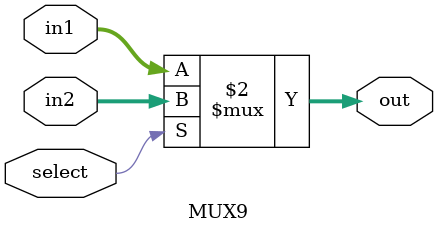
<source format=v>
module MUX9(
	input select,
	input [8:0] in1,
	input [8:0] in2,
 	output [8:0] out
 );
	
	assign out = (select == 1'b0) ? in1 : in2;

endmodule
</source>
